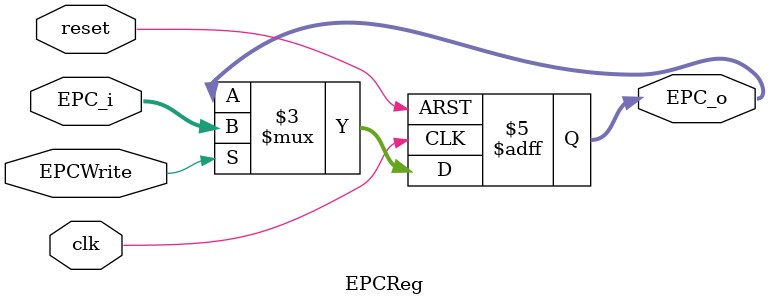
<source format=v>
`timescale 1ns / 1ps


module EPCReg(reset, clk, EPCWrite, EPC_i, EPC_o);
    //Input Clock Signals
    input reset;             
    input clk;
    //Input Control Signals             
    input EPCWrite;
    //Input PC             
    input [31:0] EPC_i;
    //Output PC  
    output reg [31:0] EPC_o; 


    always@(posedge reset or posedge clk)
    begin
        if(reset) begin
            EPC_o <= 0;
        end else if (EPCWrite) begin
            EPC_o <= EPC_i;
        end else begin
            EPC_o <= EPC_o;
        end
    end
endmodule

</source>
